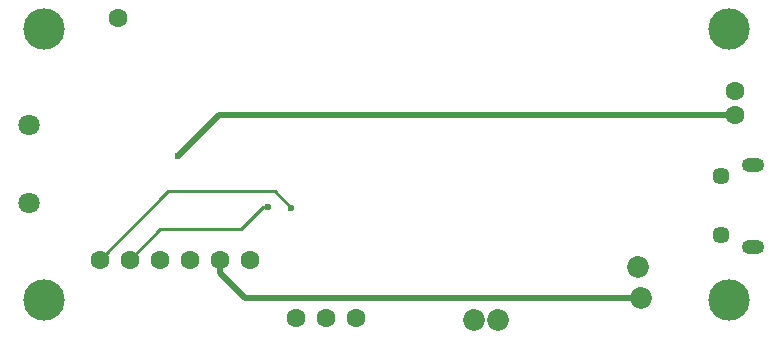
<source format=gbr>
G04 #@! TF.GenerationSoftware,KiCad,Pcbnew,5.0.0+dfsg1-2~bpo9+1*
G04 #@! TF.CreationDate,2018-10-04T21:41:33+01:00*
G04 #@! TF.ProjectId,rpi_pogo_battery_black,7270695F706F676F5F62617474657279,rev?*
G04 #@! TF.SameCoordinates,Original*
G04 #@! TF.FileFunction,Copper,L2,Bot,Signal*
G04 #@! TF.FilePolarity,Positive*
%FSLAX46Y46*%
G04 Gerber Fmt 4.6, Leading zero omitted, Abs format (unit mm)*
G04 Created by KiCad (PCBNEW 5.0.0+dfsg1-2~bpo9+1) date Thu Oct  4 21:41:33 2018*
%MOMM*%
%LPD*%
G01*
G04 APERTURE LIST*
G04 #@! TA.AperFunction,ComponentPad*
%ADD10C,1.850000*%
G04 #@! TD*
G04 #@! TA.AperFunction,ComponentPad*
%ADD11C,1.600000*%
G04 #@! TD*
G04 #@! TA.AperFunction,ComponentPad*
%ADD12C,3.500000*%
G04 #@! TD*
G04 #@! TA.AperFunction,ComponentPad*
%ADD13C,1.450000*%
G04 #@! TD*
G04 #@! TA.AperFunction,ComponentPad*
%ADD14O,1.900000X1.200000*%
G04 #@! TD*
G04 #@! TA.AperFunction,ComponentPad*
%ADD15C,1.800000*%
G04 #@! TD*
G04 #@! TA.AperFunction,ViaPad*
%ADD16C,0.600000*%
G04 #@! TD*
G04 #@! TA.AperFunction,Conductor*
%ADD17C,0.250000*%
G04 #@! TD*
G04 #@! TA.AperFunction,Conductor*
%ADD18C,0.500000*%
G04 #@! TD*
G04 APERTURE END LIST*
D10*
G04 #@! TO.P,J2,4*
G04 #@! TO.N,Net-(J2-Pad4)*
X175260000Y-107924600D03*
G04 #@! TO.P,J2,1*
G04 #@! TO.N,Net-(J2-Pad1)*
X174942500Y-105321100D03*
G04 #@! TO.P,J2,3*
G04 #@! TO.N,Net-(J2-Pad3)*
X163131500Y-109766100D03*
G04 #@! TO.P,J2,2*
G04 #@! TO.N,Net-(J2-Pad2)*
X161099500Y-109766100D03*
G04 #@! TD*
D11*
G04 #@! TO.P,U2,1*
G04 #@! TO.N,Net-(U1-Pad3)*
X183159400Y-92405200D03*
G04 #@! TO.P,U2,2*
G04 #@! TO.N,Net-(U1-Pad4)*
X183159400Y-90373200D03*
G04 #@! TD*
G04 #@! TO.P,SW1,1*
G04 #@! TO.N,Net-(J2-Pad1)*
X151130000Y-109601000D03*
G04 #@! TO.P,SW1,2*
G04 #@! TO.N,Net-(SW1-Pad2)*
X148590000Y-109601000D03*
G04 #@! TO.P,SW1,3*
G04 #@! TO.N,Net-(SW1-Pad3)*
X146050000Y-109601000D03*
G04 #@! TD*
D12*
G04 #@! TO.P,REF\002A\002A,1*
G04 #@! TO.N,N/C*
X124700000Y-85100000D03*
G04 #@! TD*
G04 #@! TO.P,REF\002A\002A,1*
G04 #@! TO.N,N/C*
X124700000Y-108100000D03*
G04 #@! TD*
G04 #@! TO.P,REF\002A\002A,1*
G04 #@! TO.N,N/C*
X182700000Y-108100000D03*
G04 #@! TD*
G04 #@! TO.P,REF\002A\002A,1*
G04 #@! TO.N,N/C*
X182700000Y-85100000D03*
G04 #@! TD*
D13*
G04 #@! TO.P,J1,6*
G04 #@! TO.N,Net-(J1-Pad5)*
X182003200Y-102601400D03*
X182003200Y-97601400D03*
D14*
X184703200Y-103601400D03*
X184703200Y-96601400D03*
G04 #@! TD*
D15*
G04 #@! TO.P,SW2,1*
G04 #@! TO.N,Net-(J2-Pad4)*
X123444000Y-99872800D03*
G04 #@! TO.P,SW2,2*
G04 #@! TO.N,Net-(SW2-Pad2)*
X123444000Y-93268800D03*
G04 #@! TD*
D11*
G04 #@! TO.P,U1,1*
G04 #@! TO.N,Net-(J1-Pad1)*
X129413000Y-104673400D03*
G04 #@! TO.P,U1,2*
G04 #@! TO.N,Net-(J1-Pad5)*
X131953000Y-104673400D03*
G04 #@! TO.P,U1,3*
G04 #@! TO.N,Net-(U1-Pad3)*
X134493000Y-104673400D03*
G04 #@! TO.P,U1,4*
G04 #@! TO.N,Net-(U1-Pad4)*
X137033000Y-104673400D03*
G04 #@! TO.P,U1,5*
G04 #@! TO.N,Net-(J2-Pad4)*
X139573000Y-104673400D03*
G04 #@! TO.P,U1,6*
G04 #@! TO.N,Net-(SW1-Pad2)*
X142113000Y-104673400D03*
G04 #@! TO.P,U1,7*
G04 #@! TO.N,Net-(SW2-Pad2)*
X130937000Y-84226400D03*
G04 #@! TD*
D16*
G04 #@! TO.N,Net-(J1-Pad1)*
X145618200Y-100253800D03*
G04 #@! TO.N,Net-(J1-Pad5)*
X143687800Y-100203000D03*
G04 #@! TO.N,Net-(U1-Pad3)*
X136017000Y-95885000D03*
G04 #@! TD*
D17*
G04 #@! TO.N,Net-(J1-Pad1)*
X145618200Y-100253800D02*
X144221200Y-98856800D01*
X135229600Y-98856800D02*
X129413000Y-104673400D01*
X144221200Y-98856800D02*
X135229600Y-98856800D01*
G04 #@! TO.N,Net-(J1-Pad5)*
X143263536Y-100203000D02*
X141383936Y-102082600D01*
X143687800Y-100203000D02*
X143263536Y-100203000D01*
X134543800Y-102082600D02*
X131953000Y-104673400D01*
X141383936Y-102082600D02*
X134543800Y-102082600D01*
G04 #@! TO.N,Net-(SW1-Pad2)*
X141681200Y-104622600D02*
X141981199Y-104322601D01*
D18*
G04 #@! TO.N,Net-(J2-Pad4)*
X141692830Y-107924600D02*
X175260000Y-107924600D01*
X139573000Y-105804770D02*
X141692830Y-107924600D01*
X139573000Y-104673400D02*
X139573000Y-105804770D01*
G04 #@! TO.N,Net-(U1-Pad3)*
X139496800Y-92405200D02*
X136017000Y-95885000D01*
X183159400Y-92405200D02*
X139496800Y-92405200D01*
G04 #@! TD*
M02*

</source>
